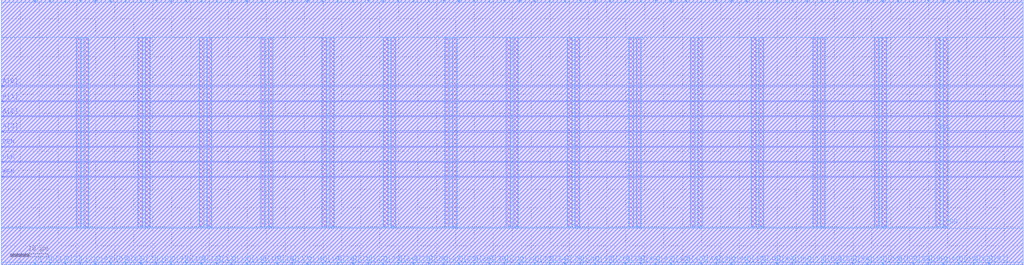
<source format=lef>
##
## LEF for PtnCells ;
## created by Innovus v15.23-s045_1 on Sun Mar  9 16:26:48 2025
##

VERSION 5.8 ;

BUSBITCHARS "[]" ;
DIVIDERCHAR "/" ;

MACRO sram_w16_in
  CLASS BLOCK ;
  SIZE 270.0000 BY 70.0000 ;
  FOREIGN sram_w16_in 0.0000 0.0000 ;
  ORIGIN 0 0 ;
  SYMMETRY X Y R90 ;
  PIN CLK
    DIRECTION INPUT ;
    USE SIGNAL ;
    PORT
      LAYER M3 ;
        RECT 0.0000 27.1500 0.5200 27.2500 ;
    END
  END CLK
  PIN D[63]
    DIRECTION INPUT ;
    USE SIGNAL ;
    PORT
      LAYER M4 ;
        RECT 260.8500 0.0000 260.9500 0.5200 ;
    END
  END D[63]
  PIN D[62]
    DIRECTION INPUT ;
    USE SIGNAL ;
    PORT
      LAYER M4 ;
        RECT 256.8500 0.0000 256.9500 0.5200 ;
    END
  END D[62]
  PIN D[61]
    DIRECTION INPUT ;
    USE SIGNAL ;
    PORT
      LAYER M4 ;
        RECT 252.8500 0.0000 252.9500 0.5200 ;
    END
  END D[61]
  PIN D[60]
    DIRECTION INPUT ;
    USE SIGNAL ;
    PORT
      LAYER M4 ;
        RECT 248.8500 0.0000 248.9500 0.5200 ;
    END
  END D[60]
  PIN D[59]
    DIRECTION INPUT ;
    USE SIGNAL ;
    PORT
      LAYER M4 ;
        RECT 244.8500 0.0000 244.9500 0.5200 ;
    END
  END D[59]
  PIN D[58]
    DIRECTION INPUT ;
    USE SIGNAL ;
    PORT
      LAYER M4 ;
        RECT 240.8500 0.0000 240.9500 0.5200 ;
    END
  END D[58]
  PIN D[57]
    DIRECTION INPUT ;
    USE SIGNAL ;
    PORT
      LAYER M4 ;
        RECT 236.8500 0.0000 236.9500 0.5200 ;
    END
  END D[57]
  PIN D[56]
    DIRECTION INPUT ;
    USE SIGNAL ;
    PORT
      LAYER M4 ;
        RECT 232.8500 0.0000 232.9500 0.5200 ;
    END
  END D[56]
  PIN D[55]
    DIRECTION INPUT ;
    USE SIGNAL ;
    PORT
      LAYER M4 ;
        RECT 228.8500 0.0000 228.9500 0.5200 ;
    END
  END D[55]
  PIN D[54]
    DIRECTION INPUT ;
    USE SIGNAL ;
    PORT
      LAYER M4 ;
        RECT 224.8500 0.0000 224.9500 0.5200 ;
    END
  END D[54]
  PIN D[53]
    DIRECTION INPUT ;
    USE SIGNAL ;
    PORT
      LAYER M4 ;
        RECT 220.8500 0.0000 220.9500 0.5200 ;
    END
  END D[53]
  PIN D[52]
    DIRECTION INPUT ;
    USE SIGNAL ;
    PORT
      LAYER M4 ;
        RECT 216.8500 0.0000 216.9500 0.5200 ;
    END
  END D[52]
  PIN D[51]
    DIRECTION INPUT ;
    USE SIGNAL ;
    PORT
      LAYER M4 ;
        RECT 212.8500 0.0000 212.9500 0.5200 ;
    END
  END D[51]
  PIN D[50]
    DIRECTION INPUT ;
    USE SIGNAL ;
    PORT
      LAYER M4 ;
        RECT 208.8500 0.0000 208.9500 0.5200 ;
    END
  END D[50]
  PIN D[49]
    DIRECTION INPUT ;
    USE SIGNAL ;
    PORT
      LAYER M4 ;
        RECT 204.8500 0.0000 204.9500 0.5200 ;
    END
  END D[49]
  PIN D[48]
    DIRECTION INPUT ;
    USE SIGNAL ;
    PORT
      LAYER M4 ;
        RECT 200.8500 0.0000 200.9500 0.5200 ;
    END
  END D[48]
  PIN D[47]
    DIRECTION INPUT ;
    USE SIGNAL ;
    PORT
      LAYER M4 ;
        RECT 196.8500 0.0000 196.9500 0.5200 ;
    END
  END D[47]
  PIN D[46]
    DIRECTION INPUT ;
    USE SIGNAL ;
    PORT
      LAYER M4 ;
        RECT 192.8500 0.0000 192.9500 0.5200 ;
    END
  END D[46]
  PIN D[45]
    DIRECTION INPUT ;
    USE SIGNAL ;
    PORT
      LAYER M4 ;
        RECT 188.8500 0.0000 188.9500 0.5200 ;
    END
  END D[45]
  PIN D[44]
    DIRECTION INPUT ;
    USE SIGNAL ;
    PORT
      LAYER M4 ;
        RECT 184.8500 0.0000 184.9500 0.5200 ;
    END
  END D[44]
  PIN D[43]
    DIRECTION INPUT ;
    USE SIGNAL ;
    PORT
      LAYER M4 ;
        RECT 180.8500 0.0000 180.9500 0.5200 ;
    END
  END D[43]
  PIN D[42]
    DIRECTION INPUT ;
    USE SIGNAL ;
    PORT
      LAYER M4 ;
        RECT 176.8500 0.0000 176.9500 0.5200 ;
    END
  END D[42]
  PIN D[41]
    DIRECTION INPUT ;
    USE SIGNAL ;
    PORT
      LAYER M4 ;
        RECT 172.8500 0.0000 172.9500 0.5200 ;
    END
  END D[41]
  PIN D[40]
    DIRECTION INPUT ;
    USE SIGNAL ;
    PORT
      LAYER M4 ;
        RECT 168.8500 0.0000 168.9500 0.5200 ;
    END
  END D[40]
  PIN D[39]
    DIRECTION INPUT ;
    USE SIGNAL ;
    PORT
      LAYER M4 ;
        RECT 164.8500 0.0000 164.9500 0.5200 ;
    END
  END D[39]
  PIN D[38]
    DIRECTION INPUT ;
    USE SIGNAL ;
    PORT
      LAYER M4 ;
        RECT 160.8500 0.0000 160.9500 0.5200 ;
    END
  END D[38]
  PIN D[37]
    DIRECTION INPUT ;
    USE SIGNAL ;
    PORT
      LAYER M4 ;
        RECT 156.8500 0.0000 156.9500 0.5200 ;
    END
  END D[37]
  PIN D[36]
    DIRECTION INPUT ;
    USE SIGNAL ;
    PORT
      LAYER M4 ;
        RECT 152.8500 0.0000 152.9500 0.5200 ;
    END
  END D[36]
  PIN D[35]
    DIRECTION INPUT ;
    USE SIGNAL ;
    PORT
      LAYER M4 ;
        RECT 148.8500 0.0000 148.9500 0.5200 ;
    END
  END D[35]
  PIN D[34]
    DIRECTION INPUT ;
    USE SIGNAL ;
    PORT
      LAYER M4 ;
        RECT 144.8500 0.0000 144.9500 0.5200 ;
    END
  END D[34]
  PIN D[33]
    DIRECTION INPUT ;
    USE SIGNAL ;
    PORT
      LAYER M4 ;
        RECT 140.8500 0.0000 140.9500 0.5200 ;
    END
  END D[33]
  PIN D[32]
    DIRECTION INPUT ;
    USE SIGNAL ;
    PORT
      LAYER M4 ;
        RECT 136.8500 0.0000 136.9500 0.5200 ;
    END
  END D[32]
  PIN D[31]
    DIRECTION INPUT ;
    USE SIGNAL ;
    PORT
      LAYER M4 ;
        RECT 132.8500 0.0000 132.9500 0.5200 ;
    END
  END D[31]
  PIN D[30]
    DIRECTION INPUT ;
    USE SIGNAL ;
    PORT
      LAYER M4 ;
        RECT 128.8500 0.0000 128.9500 0.5200 ;
    END
  END D[30]
  PIN D[29]
    DIRECTION INPUT ;
    USE SIGNAL ;
    PORT
      LAYER M4 ;
        RECT 124.8500 0.0000 124.9500 0.5200 ;
    END
  END D[29]
  PIN D[28]
    DIRECTION INPUT ;
    USE SIGNAL ;
    PORT
      LAYER M4 ;
        RECT 120.8500 0.0000 120.9500 0.5200 ;
    END
  END D[28]
  PIN D[27]
    DIRECTION INPUT ;
    USE SIGNAL ;
    PORT
      LAYER M4 ;
        RECT 116.8500 0.0000 116.9500 0.5200 ;
    END
  END D[27]
  PIN D[26]
    DIRECTION INPUT ;
    USE SIGNAL ;
    PORT
      LAYER M4 ;
        RECT 112.8500 0.0000 112.9500 0.5200 ;
    END
  END D[26]
  PIN D[25]
    DIRECTION INPUT ;
    USE SIGNAL ;
    PORT
      LAYER M4 ;
        RECT 108.8500 0.0000 108.9500 0.5200 ;
    END
  END D[25]
  PIN D[24]
    DIRECTION INPUT ;
    USE SIGNAL ;
    PORT
      LAYER M4 ;
        RECT 104.8500 0.0000 104.9500 0.5200 ;
    END
  END D[24]
  PIN D[23]
    DIRECTION INPUT ;
    USE SIGNAL ;
    PORT
      LAYER M4 ;
        RECT 100.8500 0.0000 100.9500 0.5200 ;
    END
  END D[23]
  PIN D[22]
    DIRECTION INPUT ;
    USE SIGNAL ;
    PORT
      LAYER M4 ;
        RECT 96.8500 0.0000 96.9500 0.5200 ;
    END
  END D[22]
  PIN D[21]
    DIRECTION INPUT ;
    USE SIGNAL ;
    PORT
      LAYER M4 ;
        RECT 92.8500 0.0000 92.9500 0.5200 ;
    END
  END D[21]
  PIN D[20]
    DIRECTION INPUT ;
    USE SIGNAL ;
    PORT
      LAYER M4 ;
        RECT 88.8500 0.0000 88.9500 0.5200 ;
    END
  END D[20]
  PIN D[19]
    DIRECTION INPUT ;
    USE SIGNAL ;
    PORT
      LAYER M4 ;
        RECT 84.8500 0.0000 84.9500 0.5200 ;
    END
  END D[19]
  PIN D[18]
    DIRECTION INPUT ;
    USE SIGNAL ;
    PORT
      LAYER M4 ;
        RECT 80.8500 0.0000 80.9500 0.5200 ;
    END
  END D[18]
  PIN D[17]
    DIRECTION INPUT ;
    USE SIGNAL ;
    PORT
      LAYER M4 ;
        RECT 76.8500 0.0000 76.9500 0.5200 ;
    END
  END D[17]
  PIN D[16]
    DIRECTION INPUT ;
    USE SIGNAL ;
    PORT
      LAYER M4 ;
        RECT 72.8500 0.0000 72.9500 0.5200 ;
    END
  END D[16]
  PIN D[15]
    DIRECTION INPUT ;
    USE SIGNAL ;
    PORT
      LAYER M4 ;
        RECT 68.8500 0.0000 68.9500 0.5200 ;
    END
  END D[15]
  PIN D[14]
    DIRECTION INPUT ;
    USE SIGNAL ;
    PORT
      LAYER M4 ;
        RECT 64.8500 0.0000 64.9500 0.5200 ;
    END
  END D[14]
  PIN D[13]
    DIRECTION INPUT ;
    USE SIGNAL ;
    PORT
      LAYER M4 ;
        RECT 60.8500 0.0000 60.9500 0.5200 ;
    END
  END D[13]
  PIN D[12]
    DIRECTION INPUT ;
    USE SIGNAL ;
    PORT
      LAYER M4 ;
        RECT 56.8500 0.0000 56.9500 0.5200 ;
    END
  END D[12]
  PIN D[11]
    DIRECTION INPUT ;
    USE SIGNAL ;
    PORT
      LAYER M4 ;
        RECT 52.8500 0.0000 52.9500 0.5200 ;
    END
  END D[11]
  PIN D[10]
    DIRECTION INPUT ;
    USE SIGNAL ;
    PORT
      LAYER M4 ;
        RECT 48.8500 0.0000 48.9500 0.5200 ;
    END
  END D[10]
  PIN D[9]
    DIRECTION INPUT ;
    USE SIGNAL ;
    PORT
      LAYER M4 ;
        RECT 44.8500 0.0000 44.9500 0.5200 ;
    END
  END D[9]
  PIN D[8]
    DIRECTION INPUT ;
    USE SIGNAL ;
    PORT
      LAYER M4 ;
        RECT 40.8500 0.0000 40.9500 0.5200 ;
    END
  END D[8]
  PIN D[7]
    DIRECTION INPUT ;
    USE SIGNAL ;
    PORT
      LAYER M4 ;
        RECT 36.8500 0.0000 36.9500 0.5200 ;
    END
  END D[7]
  PIN D[6]
    DIRECTION INPUT ;
    USE SIGNAL ;
    PORT
      LAYER M4 ;
        RECT 32.8500 0.0000 32.9500 0.5200 ;
    END
  END D[6]
  PIN D[5]
    DIRECTION INPUT ;
    USE SIGNAL ;
    PORT
      LAYER M4 ;
        RECT 28.8500 0.0000 28.9500 0.5200 ;
    END
  END D[5]
  PIN D[4]
    DIRECTION INPUT ;
    USE SIGNAL ;
    PORT
      LAYER M4 ;
        RECT 24.8500 0.0000 24.9500 0.5200 ;
    END
  END D[4]
  PIN D[3]
    DIRECTION INPUT ;
    USE SIGNAL ;
    PORT
      LAYER M4 ;
        RECT 20.8500 0.0000 20.9500 0.5200 ;
    END
  END D[3]
  PIN D[2]
    DIRECTION INPUT ;
    USE SIGNAL ;
    PORT
      LAYER M4 ;
        RECT 16.8500 0.0000 16.9500 0.5200 ;
    END
  END D[2]
  PIN D[1]
    DIRECTION INPUT ;
    USE SIGNAL ;
    PORT
      LAYER M4 ;
        RECT 12.8500 0.0000 12.9500 0.5200 ;
    END
  END D[1]
  PIN D[0]
    DIRECTION INPUT ;
    USE SIGNAL ;
    PORT
      LAYER M4 ;
        RECT 8.8500 0.0000 8.9500 0.5200 ;
    END
  END D[0]
  PIN Q[63]
    DIRECTION OUTPUT ;
    USE SIGNAL ;
    PORT
      LAYER M4 ;
        RECT 260.8500 69.4800 260.9500 70.0000 ;
    END
  END Q[63]
  PIN Q[62]
    DIRECTION OUTPUT ;
    USE SIGNAL ;
    PORT
      LAYER M4 ;
        RECT 256.8500 69.4800 256.9500 70.0000 ;
    END
  END Q[62]
  PIN Q[61]
    DIRECTION OUTPUT ;
    USE SIGNAL ;
    PORT
      LAYER M4 ;
        RECT 252.8500 69.4800 252.9500 70.0000 ;
    END
  END Q[61]
  PIN Q[60]
    DIRECTION OUTPUT ;
    USE SIGNAL ;
    PORT
      LAYER M4 ;
        RECT 248.8500 69.4800 248.9500 70.0000 ;
    END
  END Q[60]
  PIN Q[59]
    DIRECTION OUTPUT ;
    USE SIGNAL ;
    PORT
      LAYER M4 ;
        RECT 244.8500 69.4800 244.9500 70.0000 ;
    END
  END Q[59]
  PIN Q[58]
    DIRECTION OUTPUT ;
    USE SIGNAL ;
    PORT
      LAYER M4 ;
        RECT 240.8500 69.4800 240.9500 70.0000 ;
    END
  END Q[58]
  PIN Q[57]
    DIRECTION OUTPUT ;
    USE SIGNAL ;
    PORT
      LAYER M4 ;
        RECT 236.8500 69.4800 236.9500 70.0000 ;
    END
  END Q[57]
  PIN Q[56]
    DIRECTION OUTPUT ;
    USE SIGNAL ;
    PORT
      LAYER M4 ;
        RECT 232.8500 69.4800 232.9500 70.0000 ;
    END
  END Q[56]
  PIN Q[55]
    DIRECTION OUTPUT ;
    USE SIGNAL ;
    PORT
      LAYER M4 ;
        RECT 228.8500 69.4800 228.9500 70.0000 ;
    END
  END Q[55]
  PIN Q[54]
    DIRECTION OUTPUT ;
    USE SIGNAL ;
    PORT
      LAYER M4 ;
        RECT 224.8500 69.4800 224.9500 70.0000 ;
    END
  END Q[54]
  PIN Q[53]
    DIRECTION OUTPUT ;
    USE SIGNAL ;
    PORT
      LAYER M4 ;
        RECT 220.8500 69.4800 220.9500 70.0000 ;
    END
  END Q[53]
  PIN Q[52]
    DIRECTION OUTPUT ;
    USE SIGNAL ;
    PORT
      LAYER M4 ;
        RECT 216.8500 69.4800 216.9500 70.0000 ;
    END
  END Q[52]
  PIN Q[51]
    DIRECTION OUTPUT ;
    USE SIGNAL ;
    PORT
      LAYER M4 ;
        RECT 212.8500 69.4800 212.9500 70.0000 ;
    END
  END Q[51]
  PIN Q[50]
    DIRECTION OUTPUT ;
    USE SIGNAL ;
    PORT
      LAYER M4 ;
        RECT 208.8500 69.4800 208.9500 70.0000 ;
    END
  END Q[50]
  PIN Q[49]
    DIRECTION OUTPUT ;
    USE SIGNAL ;
    PORT
      LAYER M4 ;
        RECT 204.8500 69.4800 204.9500 70.0000 ;
    END
  END Q[49]
  PIN Q[48]
    DIRECTION OUTPUT ;
    USE SIGNAL ;
    PORT
      LAYER M4 ;
        RECT 200.8500 69.4800 200.9500 70.0000 ;
    END
  END Q[48]
  PIN Q[47]
    DIRECTION OUTPUT ;
    USE SIGNAL ;
    PORT
      LAYER M4 ;
        RECT 196.8500 69.4800 196.9500 70.0000 ;
    END
  END Q[47]
  PIN Q[46]
    DIRECTION OUTPUT ;
    USE SIGNAL ;
    PORT
      LAYER M4 ;
        RECT 192.8500 69.4800 192.9500 70.0000 ;
    END
  END Q[46]
  PIN Q[45]
    DIRECTION OUTPUT ;
    USE SIGNAL ;
    PORT
      LAYER M4 ;
        RECT 188.8500 69.4800 188.9500 70.0000 ;
    END
  END Q[45]
  PIN Q[44]
    DIRECTION OUTPUT ;
    USE SIGNAL ;
    PORT
      LAYER M4 ;
        RECT 184.8500 69.4800 184.9500 70.0000 ;
    END
  END Q[44]
  PIN Q[43]
    DIRECTION OUTPUT ;
    USE SIGNAL ;
    PORT
      LAYER M4 ;
        RECT 180.8500 69.4800 180.9500 70.0000 ;
    END
  END Q[43]
  PIN Q[42]
    DIRECTION OUTPUT ;
    USE SIGNAL ;
    PORT
      LAYER M4 ;
        RECT 176.8500 69.4800 176.9500 70.0000 ;
    END
  END Q[42]
  PIN Q[41]
    DIRECTION OUTPUT ;
    USE SIGNAL ;
    PORT
      LAYER M4 ;
        RECT 172.8500 69.4800 172.9500 70.0000 ;
    END
  END Q[41]
  PIN Q[40]
    DIRECTION OUTPUT ;
    USE SIGNAL ;
    PORT
      LAYER M4 ;
        RECT 168.8500 69.4800 168.9500 70.0000 ;
    END
  END Q[40]
  PIN Q[39]
    DIRECTION OUTPUT ;
    USE SIGNAL ;
    PORT
      LAYER M4 ;
        RECT 164.8500 69.4800 164.9500 70.0000 ;
    END
  END Q[39]
  PIN Q[38]
    DIRECTION OUTPUT ;
    USE SIGNAL ;
    PORT
      LAYER M4 ;
        RECT 160.8500 69.4800 160.9500 70.0000 ;
    END
  END Q[38]
  PIN Q[37]
    DIRECTION OUTPUT ;
    USE SIGNAL ;
    PORT
      LAYER M4 ;
        RECT 156.8500 69.4800 156.9500 70.0000 ;
    END
  END Q[37]
  PIN Q[36]
    DIRECTION OUTPUT ;
    USE SIGNAL ;
    PORT
      LAYER M4 ;
        RECT 152.8500 69.4800 152.9500 70.0000 ;
    END
  END Q[36]
  PIN Q[35]
    DIRECTION OUTPUT ;
    USE SIGNAL ;
    PORT
      LAYER M4 ;
        RECT 148.8500 69.4800 148.9500 70.0000 ;
    END
  END Q[35]
  PIN Q[34]
    DIRECTION OUTPUT ;
    USE SIGNAL ;
    PORT
      LAYER M4 ;
        RECT 144.8500 69.4800 144.9500 70.0000 ;
    END
  END Q[34]
  PIN Q[33]
    DIRECTION OUTPUT ;
    USE SIGNAL ;
    PORT
      LAYER M4 ;
        RECT 140.8500 69.4800 140.9500 70.0000 ;
    END
  END Q[33]
  PIN Q[32]
    DIRECTION OUTPUT ;
    USE SIGNAL ;
    PORT
      LAYER M4 ;
        RECT 136.8500 69.4800 136.9500 70.0000 ;
    END
  END Q[32]
  PIN Q[31]
    DIRECTION OUTPUT ;
    USE SIGNAL ;
    PORT
      LAYER M4 ;
        RECT 132.8500 69.4800 132.9500 70.0000 ;
    END
  END Q[31]
  PIN Q[30]
    DIRECTION OUTPUT ;
    USE SIGNAL ;
    PORT
      LAYER M4 ;
        RECT 128.8500 69.4800 128.9500 70.0000 ;
    END
  END Q[30]
  PIN Q[29]
    DIRECTION OUTPUT ;
    USE SIGNAL ;
    PORT
      LAYER M4 ;
        RECT 124.8500 69.4800 124.9500 70.0000 ;
    END
  END Q[29]
  PIN Q[28]
    DIRECTION OUTPUT ;
    USE SIGNAL ;
    PORT
      LAYER M4 ;
        RECT 120.8500 69.4800 120.9500 70.0000 ;
    END
  END Q[28]
  PIN Q[27]
    DIRECTION OUTPUT ;
    USE SIGNAL ;
    PORT
      LAYER M4 ;
        RECT 116.8500 69.4800 116.9500 70.0000 ;
    END
  END Q[27]
  PIN Q[26]
    DIRECTION OUTPUT ;
    USE SIGNAL ;
    PORT
      LAYER M4 ;
        RECT 112.8500 69.4800 112.9500 70.0000 ;
    END
  END Q[26]
  PIN Q[25]
    DIRECTION OUTPUT ;
    USE SIGNAL ;
    PORT
      LAYER M4 ;
        RECT 108.8500 69.4800 108.9500 70.0000 ;
    END
  END Q[25]
  PIN Q[24]
    DIRECTION OUTPUT ;
    USE SIGNAL ;
    PORT
      LAYER M4 ;
        RECT 104.8500 69.4800 104.9500 70.0000 ;
    END
  END Q[24]
  PIN Q[23]
    DIRECTION OUTPUT ;
    USE SIGNAL ;
    PORT
      LAYER M4 ;
        RECT 100.8500 69.4800 100.9500 70.0000 ;
    END
  END Q[23]
  PIN Q[22]
    DIRECTION OUTPUT ;
    USE SIGNAL ;
    PORT
      LAYER M4 ;
        RECT 96.8500 69.4800 96.9500 70.0000 ;
    END
  END Q[22]
  PIN Q[21]
    DIRECTION OUTPUT ;
    USE SIGNAL ;
    PORT
      LAYER M4 ;
        RECT 92.8500 69.4800 92.9500 70.0000 ;
    END
  END Q[21]
  PIN Q[20]
    DIRECTION OUTPUT ;
    USE SIGNAL ;
    PORT
      LAYER M4 ;
        RECT 88.8500 69.4800 88.9500 70.0000 ;
    END
  END Q[20]
  PIN Q[19]
    DIRECTION OUTPUT ;
    USE SIGNAL ;
    PORT
      LAYER M4 ;
        RECT 84.8500 69.4800 84.9500 70.0000 ;
    END
  END Q[19]
  PIN Q[18]
    DIRECTION OUTPUT ;
    USE SIGNAL ;
    PORT
      LAYER M4 ;
        RECT 80.8500 69.4800 80.9500 70.0000 ;
    END
  END Q[18]
  PIN Q[17]
    DIRECTION OUTPUT ;
    USE SIGNAL ;
    PORT
      LAYER M4 ;
        RECT 76.8500 69.4800 76.9500 70.0000 ;
    END
  END Q[17]
  PIN Q[16]
    DIRECTION OUTPUT ;
    USE SIGNAL ;
    PORT
      LAYER M4 ;
        RECT 72.8500 69.4800 72.9500 70.0000 ;
    END
  END Q[16]
  PIN Q[15]
    DIRECTION OUTPUT ;
    USE SIGNAL ;
    PORT
      LAYER M4 ;
        RECT 68.8500 69.4800 68.9500 70.0000 ;
    END
  END Q[15]
  PIN Q[14]
    DIRECTION OUTPUT ;
    USE SIGNAL ;
    PORT
      LAYER M4 ;
        RECT 64.8500 69.4800 64.9500 70.0000 ;
    END
  END Q[14]
  PIN Q[13]
    DIRECTION OUTPUT ;
    USE SIGNAL ;
    PORT
      LAYER M4 ;
        RECT 60.8500 69.4800 60.9500 70.0000 ;
    END
  END Q[13]
  PIN Q[12]
    DIRECTION OUTPUT ;
    USE SIGNAL ;
    PORT
      LAYER M4 ;
        RECT 56.8500 69.4800 56.9500 70.0000 ;
    END
  END Q[12]
  PIN Q[11]
    DIRECTION OUTPUT ;
    USE SIGNAL ;
    PORT
      LAYER M4 ;
        RECT 52.8500 69.4800 52.9500 70.0000 ;
    END
  END Q[11]
  PIN Q[10]
    DIRECTION OUTPUT ;
    USE SIGNAL ;
    PORT
      LAYER M4 ;
        RECT 48.8500 69.4800 48.9500 70.0000 ;
    END
  END Q[10]
  PIN Q[9]
    DIRECTION OUTPUT ;
    USE SIGNAL ;
    PORT
      LAYER M4 ;
        RECT 44.8500 69.4800 44.9500 70.0000 ;
    END
  END Q[9]
  PIN Q[8]
    DIRECTION OUTPUT ;
    USE SIGNAL ;
    PORT
      LAYER M4 ;
        RECT 40.8500 69.4800 40.9500 70.0000 ;
    END
  END Q[8]
  PIN Q[7]
    DIRECTION OUTPUT ;
    USE SIGNAL ;
    PORT
      LAYER M4 ;
        RECT 36.8500 69.4800 36.9500 70.0000 ;
    END
  END Q[7]
  PIN Q[6]
    DIRECTION OUTPUT ;
    USE SIGNAL ;
    PORT
      LAYER M4 ;
        RECT 32.8500 69.4800 32.9500 70.0000 ;
    END
  END Q[6]
  PIN Q[5]
    DIRECTION OUTPUT ;
    USE SIGNAL ;
    PORT
      LAYER M4 ;
        RECT 28.8500 69.4800 28.9500 70.0000 ;
    END
  END Q[5]
  PIN Q[4]
    DIRECTION OUTPUT ;
    USE SIGNAL ;
    PORT
      LAYER M4 ;
        RECT 24.8500 69.4800 24.9500 70.0000 ;
    END
  END Q[4]
  PIN Q[3]
    DIRECTION OUTPUT ;
    USE SIGNAL ;
    PORT
      LAYER M4 ;
        RECT 20.8500 69.4800 20.9500 70.0000 ;
    END
  END Q[3]
  PIN Q[2]
    DIRECTION OUTPUT ;
    USE SIGNAL ;
    PORT
      LAYER M4 ;
        RECT 16.8500 69.4800 16.9500 70.0000 ;
    END
  END Q[2]
  PIN Q[1]
    DIRECTION OUTPUT ;
    USE SIGNAL ;
    PORT
      LAYER M4 ;
        RECT 12.8500 69.4800 12.9500 70.0000 ;
    END
  END Q[1]
  PIN Q[0]
    DIRECTION OUTPUT ;
    USE SIGNAL ;
    PORT
      LAYER M4 ;
        RECT 8.8500 69.4800 8.9500 70.0000 ;
    END
  END Q[0]
  PIN CEN
    DIRECTION INPUT ;
    USE SIGNAL ;
    PORT
      LAYER M3 ;
        RECT 0.0000 31.1500 0.5200 31.2500 ;
    END
  END CEN
  PIN WEN
    DIRECTION INPUT ;
    USE SIGNAL ;
    PORT
      LAYER M3 ;
        RECT 0.0000 23.1500 0.5200 23.2500 ;
    END
  END WEN
  PIN A[3]
    DIRECTION INPUT ;
    USE SIGNAL ;
    PORT
      LAYER M3 ;
        RECT 0.0000 35.1500 0.5200 35.2500 ;
    END
  END A[3]
  PIN A[2]
    DIRECTION INPUT ;
    USE SIGNAL ;
    PORT
      LAYER M3 ;
        RECT 0.0000 39.1500 0.5200 39.2500 ;
    END
  END A[2]
  PIN A[1]
    DIRECTION INPUT ;
    USE SIGNAL ;
    PORT
      LAYER M3 ;
        RECT 0.0000 43.1500 0.5200 43.2500 ;
    END
  END A[1]
  PIN A[0]
    DIRECTION INPUT ;
    USE SIGNAL ;
    PORT
      LAYER M3 ;
        RECT 0.0000 47.1500 0.5200 47.2500 ;
    END
  END A[0]
  PIN VSS
    DIRECTION INOUT ;
    USE GROUND ;

# P/G power stripe data as pin
    PORT
      LAYER M4 ;
        RECT 20.0000 10.0000 21.0000 60.0000 ;
        RECT 36.2100 10.0000 37.2100 60.0000 ;
        RECT 52.4200 10.0000 53.4200 60.0000 ;
        RECT 68.6300 10.0000 69.6300 60.0000 ;
        RECT 84.8400 10.0000 85.8400 60.0000 ;
        RECT 101.0500 10.0000 102.0500 60.0000 ;
        RECT 117.2600 10.0000 118.2600 60.0000 ;
        RECT 133.4700 10.0000 134.4700 60.0000 ;
        RECT 149.6800 10.0000 150.6800 60.0000 ;
        RECT 165.8900 10.0000 166.8900 60.0000 ;
        RECT 182.1000 10.0000 183.1000 60.0000 ;
        RECT 198.3100 10.0000 199.3100 60.0000 ;
        RECT 214.5200 10.0000 215.5200 60.0000 ;
        RECT 230.7300 10.0000 231.7300 60.0000 ;
        RECT 246.9400 10.0000 247.9400 60.0000 ;
    END
# end of P/G power stripe data as pin

  END VSS
  PIN VDD
    DIRECTION INOUT ;
    USE POWER ;

# P/G power stripe data as pin
    PORT
      LAYER M4 ;
        RECT 22.0000 10.0000 23.0000 60.0000 ;
        RECT 38.2100 10.0000 39.2100 60.0000 ;
        RECT 54.4200 10.0000 55.4200 60.0000 ;
        RECT 70.6300 10.0000 71.6300 60.0000 ;
        RECT 86.8400 10.0000 87.8400 60.0000 ;
        RECT 103.0500 10.0000 104.0500 60.0000 ;
        RECT 119.2600 10.0000 120.2600 60.0000 ;
        RECT 135.4700 10.0000 136.4700 60.0000 ;
        RECT 151.6800 10.0000 152.6800 60.0000 ;
        RECT 167.8900 10.0000 168.8900 60.0000 ;
        RECT 184.1000 10.0000 185.1000 60.0000 ;
        RECT 200.3100 10.0000 201.3100 60.0000 ;
        RECT 216.5200 10.0000 217.5200 60.0000 ;
        RECT 232.7300 10.0000 233.7300 60.0000 ;
        RECT 248.9400 10.0000 249.9400 60.0000 ;
        RECT 22.0000 9.8350 23.0000 10.1650 ;
        RECT 38.2100 9.8350 39.2100 10.1650 ;
        RECT 54.4200 9.8350 55.4200 10.1650 ;
        RECT 70.6300 9.8350 71.6300 10.1650 ;
        RECT 86.8400 9.8350 87.8400 10.1650 ;
        RECT 103.0500 9.8350 104.0500 10.1650 ;
        RECT 119.2600 9.8350 120.2600 10.1650 ;
        RECT 167.8900 9.8350 168.8900 10.1650 ;
        RECT 151.6800 9.8350 152.6800 10.1650 ;
        RECT 135.4700 9.8350 136.4700 10.1650 ;
        RECT 184.1000 9.8350 185.1000 10.1650 ;
        RECT 200.3100 9.8350 201.3100 10.1650 ;
        RECT 216.5200 9.8350 217.5200 10.1650 ;
        RECT 232.7300 9.8350 233.7300 10.1650 ;
        RECT 248.9400 9.8350 249.9400 10.1650 ;
    END
# end of P/G power stripe data as pin

  END VDD
  OBS
    LAYER M1 ;
      RECT 0.0000 0.0000 270.0000 70.0000 ;
    LAYER M2 ;
      RECT 0.0000 0.0000 270.0000 70.0000 ;
    LAYER M3 ;
      RECT 0.0000 47.3500 270.0000 70.0000 ;
      RECT 0.6200 47.0500 270.0000 47.3500 ;
      RECT 0.0000 43.3500 270.0000 47.0500 ;
      RECT 0.6200 43.0500 270.0000 43.3500 ;
      RECT 0.0000 39.3500 270.0000 43.0500 ;
      RECT 0.6200 39.0500 270.0000 39.3500 ;
      RECT 0.0000 35.3500 270.0000 39.0500 ;
      RECT 0.6200 35.0500 270.0000 35.3500 ;
      RECT 0.0000 31.3500 270.0000 35.0500 ;
      RECT 0.6200 31.0500 270.0000 31.3500 ;
      RECT 0.0000 27.3500 270.0000 31.0500 ;
      RECT 0.6200 27.0500 270.0000 27.3500 ;
      RECT 0.0000 23.3500 270.0000 27.0500 ;
      RECT 0.6200 23.0500 270.0000 23.3500 ;
      RECT 0.0000 0.0000 270.0000 23.0500 ;
    LAYER M4 ;
      RECT 261.0500 69.3800 270.0000 70.0000 ;
      RECT 257.0500 69.3800 260.7500 70.0000 ;
      RECT 253.0500 69.3800 256.7500 70.0000 ;
      RECT 249.0500 69.3800 252.7500 70.0000 ;
      RECT 245.0500 69.3800 248.7500 70.0000 ;
      RECT 241.0500 69.3800 244.7500 70.0000 ;
      RECT 237.0500 69.3800 240.7500 70.0000 ;
      RECT 233.0500 69.3800 236.7500 70.0000 ;
      RECT 229.0500 69.3800 232.7500 70.0000 ;
      RECT 225.0500 69.3800 228.7500 70.0000 ;
      RECT 221.0500 69.3800 224.7500 70.0000 ;
      RECT 217.0500 69.3800 220.7500 70.0000 ;
      RECT 213.0500 69.3800 216.7500 70.0000 ;
      RECT 209.0500 69.3800 212.7500 70.0000 ;
      RECT 205.0500 69.3800 208.7500 70.0000 ;
      RECT 201.0500 69.3800 204.7500 70.0000 ;
      RECT 197.0500 69.3800 200.7500 70.0000 ;
      RECT 193.0500 69.3800 196.7500 70.0000 ;
      RECT 189.0500 69.3800 192.7500 70.0000 ;
      RECT 185.0500 69.3800 188.7500 70.0000 ;
      RECT 181.0500 69.3800 184.7500 70.0000 ;
      RECT 177.0500 69.3800 180.7500 70.0000 ;
      RECT 173.0500 69.3800 176.7500 70.0000 ;
      RECT 169.0500 69.3800 172.7500 70.0000 ;
      RECT 165.0500 69.3800 168.7500 70.0000 ;
      RECT 161.0500 69.3800 164.7500 70.0000 ;
      RECT 157.0500 69.3800 160.7500 70.0000 ;
      RECT 153.0500 69.3800 156.7500 70.0000 ;
      RECT 149.0500 69.3800 152.7500 70.0000 ;
      RECT 145.0500 69.3800 148.7500 70.0000 ;
      RECT 141.0500 69.3800 144.7500 70.0000 ;
      RECT 137.0500 69.3800 140.7500 70.0000 ;
      RECT 133.0500 69.3800 136.7500 70.0000 ;
      RECT 129.0500 69.3800 132.7500 70.0000 ;
      RECT 125.0500 69.3800 128.7500 70.0000 ;
      RECT 121.0500 69.3800 124.7500 70.0000 ;
      RECT 117.0500 69.3800 120.7500 70.0000 ;
      RECT 113.0500 69.3800 116.7500 70.0000 ;
      RECT 109.0500 69.3800 112.7500 70.0000 ;
      RECT 105.0500 69.3800 108.7500 70.0000 ;
      RECT 101.0500 69.3800 104.7500 70.0000 ;
      RECT 97.0500 69.3800 100.7500 70.0000 ;
      RECT 93.0500 69.3800 96.7500 70.0000 ;
      RECT 89.0500 69.3800 92.7500 70.0000 ;
      RECT 85.0500 69.3800 88.7500 70.0000 ;
      RECT 81.0500 69.3800 84.7500 70.0000 ;
      RECT 77.0500 69.3800 80.7500 70.0000 ;
      RECT 73.0500 69.3800 76.7500 70.0000 ;
      RECT 69.0500 69.3800 72.7500 70.0000 ;
      RECT 65.0500 69.3800 68.7500 70.0000 ;
      RECT 61.0500 69.3800 64.7500 70.0000 ;
      RECT 57.0500 69.3800 60.7500 70.0000 ;
      RECT 53.0500 69.3800 56.7500 70.0000 ;
      RECT 49.0500 69.3800 52.7500 70.0000 ;
      RECT 45.0500 69.3800 48.7500 70.0000 ;
      RECT 41.0500 69.3800 44.7500 70.0000 ;
      RECT 37.0500 69.3800 40.7500 70.0000 ;
      RECT 33.0500 69.3800 36.7500 70.0000 ;
      RECT 29.0500 69.3800 32.7500 70.0000 ;
      RECT 25.0500 69.3800 28.7500 70.0000 ;
      RECT 21.0500 69.3800 24.7500 70.0000 ;
      RECT 17.0500 69.3800 20.7500 70.0000 ;
      RECT 13.0500 69.3800 16.7500 70.0000 ;
      RECT 9.0500 69.3800 12.7500 70.0000 ;
      RECT 0.0000 69.3800 8.7500 70.0000 ;
      RECT 0.0000 60.1600 270.0000 69.3800 ;
      RECT 248.1000 9.8400 248.7800 60.1600 ;
      RECT 233.8900 9.8400 246.7800 60.1600 ;
      RECT 231.8900 9.8400 232.5700 60.1600 ;
      RECT 217.6800 9.8400 230.5700 60.1600 ;
      RECT 215.6800 9.8400 216.3600 60.1600 ;
      RECT 201.4700 9.8400 214.3600 60.1600 ;
      RECT 199.4700 9.8400 200.1500 60.1600 ;
      RECT 185.2600 9.8400 198.1500 60.1600 ;
      RECT 183.2600 9.8400 183.9400 60.1600 ;
      RECT 169.0500 9.8400 181.9400 60.1600 ;
      RECT 167.0500 9.8400 167.7300 60.1600 ;
      RECT 152.8400 9.8400 165.7300 60.1600 ;
      RECT 150.8400 9.8400 151.5200 60.1600 ;
      RECT 136.6300 9.8400 149.5200 60.1600 ;
      RECT 134.6300 9.8400 135.3100 60.1600 ;
      RECT 120.4200 9.8400 133.3100 60.1600 ;
      RECT 118.4200 9.8400 119.1000 60.1600 ;
      RECT 104.2100 9.8400 117.1000 60.1600 ;
      RECT 102.2100 9.8400 102.8900 60.1600 ;
      RECT 88.0000 9.8400 100.8900 60.1600 ;
      RECT 86.0000 9.8400 86.6800 60.1600 ;
      RECT 71.7900 9.8400 84.6800 60.1600 ;
      RECT 69.7900 9.8400 70.4700 60.1600 ;
      RECT 55.5800 9.8400 68.4700 60.1600 ;
      RECT 53.5800 9.8400 54.2600 60.1600 ;
      RECT 39.3700 9.8400 52.2600 60.1600 ;
      RECT 37.3700 9.8400 38.0500 60.1600 ;
      RECT 23.1600 9.8400 36.0500 60.1600 ;
      RECT 21.1600 9.8400 21.8400 60.1600 ;
      RECT 0.0000 9.8400 19.8400 60.1600 ;
      RECT 250.1000 9.6750 270.0000 60.1600 ;
      RECT 233.8900 9.6750 248.7800 9.8400 ;
      RECT 217.6800 9.6750 232.5700 9.8400 ;
      RECT 201.4700 9.6750 216.3600 9.8400 ;
      RECT 185.2600 9.6750 200.1500 9.8400 ;
      RECT 169.0500 9.6750 183.9400 9.8400 ;
      RECT 152.8400 9.6750 167.7300 9.8400 ;
      RECT 136.6300 9.6750 151.5200 9.8400 ;
      RECT 120.4200 9.6750 135.3100 9.8400 ;
      RECT 104.2100 9.6750 119.1000 9.8400 ;
      RECT 88.0000 9.6750 102.8900 9.8400 ;
      RECT 71.7900 9.6750 86.6800 9.8400 ;
      RECT 55.5800 9.6750 70.4700 9.8400 ;
      RECT 39.3700 9.6750 54.2600 9.8400 ;
      RECT 23.1600 9.6750 38.0500 9.8400 ;
      RECT 0.0000 9.6750 21.8400 9.8400 ;
      RECT 0.0000 0.6200 270.0000 9.6750 ;
      RECT 261.0500 0.0000 270.0000 0.6200 ;
      RECT 257.0500 0.0000 260.7500 0.6200 ;
      RECT 253.0500 0.0000 256.7500 0.6200 ;
      RECT 249.0500 0.0000 252.7500 0.6200 ;
      RECT 245.0500 0.0000 248.7500 0.6200 ;
      RECT 241.0500 0.0000 244.7500 0.6200 ;
      RECT 237.0500 0.0000 240.7500 0.6200 ;
      RECT 233.0500 0.0000 236.7500 0.6200 ;
      RECT 229.0500 0.0000 232.7500 0.6200 ;
      RECT 225.0500 0.0000 228.7500 0.6200 ;
      RECT 221.0500 0.0000 224.7500 0.6200 ;
      RECT 217.0500 0.0000 220.7500 0.6200 ;
      RECT 213.0500 0.0000 216.7500 0.6200 ;
      RECT 209.0500 0.0000 212.7500 0.6200 ;
      RECT 205.0500 0.0000 208.7500 0.6200 ;
      RECT 201.0500 0.0000 204.7500 0.6200 ;
      RECT 197.0500 0.0000 200.7500 0.6200 ;
      RECT 193.0500 0.0000 196.7500 0.6200 ;
      RECT 189.0500 0.0000 192.7500 0.6200 ;
      RECT 185.0500 0.0000 188.7500 0.6200 ;
      RECT 181.0500 0.0000 184.7500 0.6200 ;
      RECT 177.0500 0.0000 180.7500 0.6200 ;
      RECT 173.0500 0.0000 176.7500 0.6200 ;
      RECT 169.0500 0.0000 172.7500 0.6200 ;
      RECT 165.0500 0.0000 168.7500 0.6200 ;
      RECT 161.0500 0.0000 164.7500 0.6200 ;
      RECT 157.0500 0.0000 160.7500 0.6200 ;
      RECT 153.0500 0.0000 156.7500 0.6200 ;
      RECT 149.0500 0.0000 152.7500 0.6200 ;
      RECT 145.0500 0.0000 148.7500 0.6200 ;
      RECT 141.0500 0.0000 144.7500 0.6200 ;
      RECT 137.0500 0.0000 140.7500 0.6200 ;
      RECT 133.0500 0.0000 136.7500 0.6200 ;
      RECT 129.0500 0.0000 132.7500 0.6200 ;
      RECT 125.0500 0.0000 128.7500 0.6200 ;
      RECT 121.0500 0.0000 124.7500 0.6200 ;
      RECT 117.0500 0.0000 120.7500 0.6200 ;
      RECT 113.0500 0.0000 116.7500 0.6200 ;
      RECT 109.0500 0.0000 112.7500 0.6200 ;
      RECT 105.0500 0.0000 108.7500 0.6200 ;
      RECT 101.0500 0.0000 104.7500 0.6200 ;
      RECT 97.0500 0.0000 100.7500 0.6200 ;
      RECT 93.0500 0.0000 96.7500 0.6200 ;
      RECT 89.0500 0.0000 92.7500 0.6200 ;
      RECT 85.0500 0.0000 88.7500 0.6200 ;
      RECT 81.0500 0.0000 84.7500 0.6200 ;
      RECT 77.0500 0.0000 80.7500 0.6200 ;
      RECT 73.0500 0.0000 76.7500 0.6200 ;
      RECT 69.0500 0.0000 72.7500 0.6200 ;
      RECT 65.0500 0.0000 68.7500 0.6200 ;
      RECT 61.0500 0.0000 64.7500 0.6200 ;
      RECT 57.0500 0.0000 60.7500 0.6200 ;
      RECT 53.0500 0.0000 56.7500 0.6200 ;
      RECT 49.0500 0.0000 52.7500 0.6200 ;
      RECT 45.0500 0.0000 48.7500 0.6200 ;
      RECT 41.0500 0.0000 44.7500 0.6200 ;
      RECT 37.0500 0.0000 40.7500 0.6200 ;
      RECT 33.0500 0.0000 36.7500 0.6200 ;
      RECT 29.0500 0.0000 32.7500 0.6200 ;
      RECT 25.0500 0.0000 28.7500 0.6200 ;
      RECT 21.0500 0.0000 24.7500 0.6200 ;
      RECT 17.0500 0.0000 20.7500 0.6200 ;
      RECT 13.0500 0.0000 16.7500 0.6200 ;
      RECT 9.0500 0.0000 12.7500 0.6200 ;
      RECT 0.0000 0.0000 8.7500 0.6200 ;
  END
END sram_w16_in

END LIBRARY

</source>
